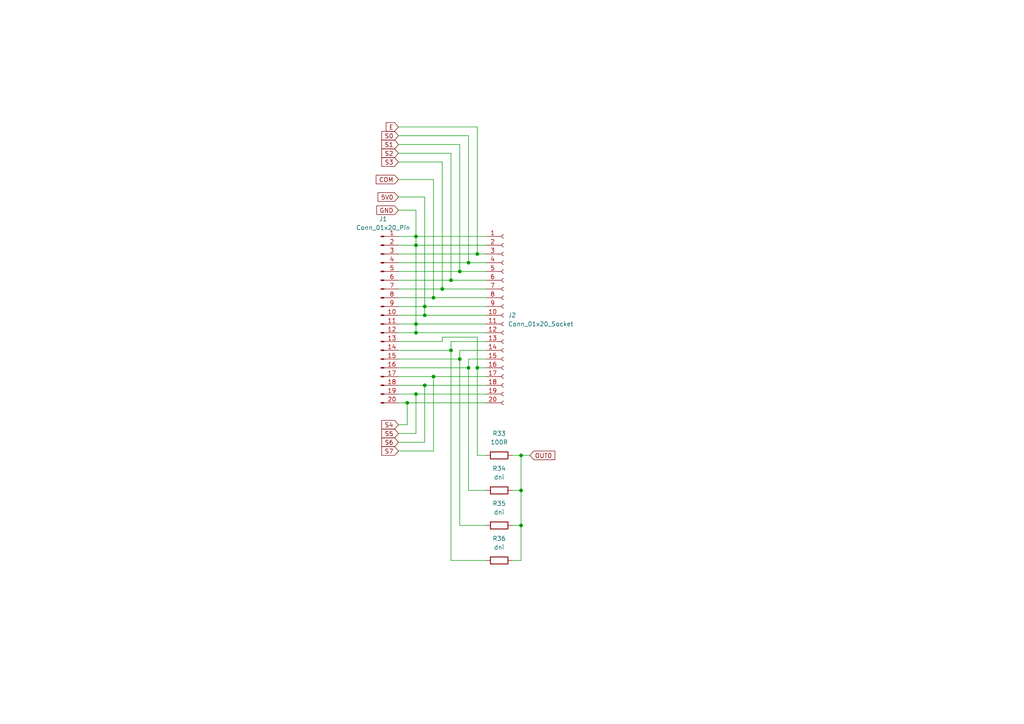
<source format=kicad_sch>
(kicad_sch (version 20231120) (generator "eeschema") (generator_version "8.0")
  (paper "A4")
  (lib_symbols
    (symbol "Connector:Conn_01x20_Pin" (pin_names (offset 1.016) hide)
      (property "Reference" "J" (at 0 25.4 0))
      (property "Value" "Conn_01x20_Pin" (at 0 -27.94 0))
      (symbol "Conn_01x20_Pin_1_1"
        (polyline (pts (xy 1.27 -25.4) (xy 0.8636 -25.4)) (stroke (width 0.1524)))
        (polyline (pts (xy 1.27 -22.86) (xy 0.8636 -22.86)) (stroke (width 0.1524)))
        (polyline (pts (xy 1.27 -20.32) (xy 0.8636 -20.32)) (stroke (width 0.1524)))
        (polyline (pts (xy 1.27 -17.78) (xy 0.8636 -17.78)) (stroke (width 0.1524)))
        (polyline (pts (xy 1.27 -15.24) (xy 0.8636 -15.24)) (stroke (width 0.1524)))
        (polyline (pts (xy 1.27 -12.7) (xy 0.8636 -12.7)) (stroke (width 0.1524)))
        (polyline (pts (xy 1.27 -10.16) (xy 0.8636 -10.16)) (stroke (width 0.1524)))
        (polyline (pts (xy 1.27 -7.62) (xy 0.8636 -7.62)) (stroke (width 0.1524)))
        (polyline (pts (xy 1.27 -5.08) (xy 0.8636 -5.08)) (stroke (width 0.1524)))
        (polyline (pts (xy 1.27 -2.54) (xy 0.8636 -2.54)) (stroke (width 0.1524)))
        (polyline (pts (xy 1.27 0) (xy 0.8636 0)) (stroke (width 0.1524)))
        (polyline (pts (xy 1.27 2.54) (xy 0.8636 2.54)) (stroke (width 0.1524)))
        (polyline (pts (xy 1.27 5.08) (xy 0.8636 5.08)) (stroke (width 0.1524)))
        (polyline (pts (xy 1.27 7.62) (xy 0.8636 7.62)) (stroke (width 0.1524)))
        (polyline (pts (xy 1.27 10.16) (xy 0.8636 10.16)) (stroke (width 0.1524)))
        (polyline (pts (xy 1.27 12.7) (xy 0.8636 12.7)) (stroke (width 0.1524)))
        (polyline (pts (xy 1.27 15.24) (xy 0.8636 15.24)) (stroke (width 0.1524)))
        (polyline (pts (xy 1.27 17.78) (xy 0.8636 17.78)) (stroke (width 0.1524)))
        (polyline (pts (xy 1.27 20.32) (xy 0.8636 20.32)) (stroke (width 0.1524)))
        (polyline (pts (xy 1.27 22.86) (xy 0.8636 22.86)) (stroke (width 0.1524)))
        (rectangle (start 0.8636 -25.273) (end 0 -25.527) (stroke (width 0.1524)) (fill (type outline)))
        (rectangle (start 0.8636 -22.733) (end 0 -22.987) (stroke (width 0.1524)) (fill (type outline)))
        (rectangle (start 0.8636 -20.193) (end 0 -20.447) (stroke (width 0.1524)) (fill (type outline)))
        (rectangle (start 0.8636 -17.653) (end 0 -17.907) (stroke (width 0.1524)) (fill (type outline)))
        (rectangle (start 0.8636 -15.113) (end 0 -15.367) (stroke (width 0.1524)) (fill (type outline)))
        (rectangle (start 0.8636 -12.573) (end 0 -12.827) (stroke (width 0.1524)) (fill (type outline)))
        (rectangle (start 0.8636 -10.033) (end 0 -10.287) (stroke (width 0.1524)) (fill (type outline)))
        (rectangle (start 0.8636 -7.493) (end 0 -7.747) (stroke (width 0.1524)) (fill (type outline)))
        (rectangle (start 0.8636 -4.953) (end 0 -5.207) (stroke (width 0.1524)) (fill (type outline)))
        (rectangle (start 0.8636 -2.413) (end 0 -2.667) (stroke (width 0.1524)) (fill (type outline)))
        (rectangle (start 0.8636 0.127) (end 0 -0.127) (stroke (width 0.1524)) (fill (type outline)))
        (rectangle (start 0.8636 2.667) (end 0 2.413) (stroke (width 0.1524)) (fill (type outline)))
        (rectangle (start 0.8636 5.207) (end 0 4.953) (stroke (width 0.1524)) (fill (type outline)))
        (rectangle (start 0.8636 7.747) (end 0 7.493) (stroke (width 0.1524)) (fill (type outline)))
        (rectangle (start 0.8636 10.287) (end 0 10.033) (stroke (width 0.1524)) (fill (type outline)))
        (rectangle (start 0.8636 12.827) (end 0 12.573) (stroke (width 0.1524)) (fill (type outline)))
        (rectangle (start 0.8636 15.367) (end 0 15.113) (stroke (width 0.1524)) (fill (type outline)))
        (rectangle (start 0.8636 17.907) (end 0 17.653) (stroke (width 0.1524)) (fill (type outline)))
        (rectangle (start 0.8636 20.447) (end 0 20.193) (stroke (width 0.1524)) (fill (type outline)))
        (rectangle (start 0.8636 22.987) (end 0 22.733) (stroke (width 0.1524)) (fill (type outline)))
        (pin passive line (at 5.08 22.86 180) (length 3.81) (name "Pin_1") (number "1"))
        (pin passive line (at 5.08 0 180) (length 3.81) (name "Pin_10") (number "10"))
        (pin passive line (at 5.08 -2.54 180) (length 3.81) (name "Pin_11") (number "11"))
        (pin passive line (at 5.08 -5.08 180) (length 3.81) (name "Pin_12") (number "12"))
        (pin passive line (at 5.08 -7.62 180) (length 3.81) (name "Pin_13") (number "13"))
        (pin passive line (at 5.08 -10.16 180) (length 3.81) (name "Pin_14") (number "14"))
        (pin passive line (at 5.08 -12.7 180) (length 3.81) (name "Pin_15") (number "15"))
        (pin passive line (at 5.08 -15.24 180) (length 3.81) (name "Pin_16") (number "16"))
        (pin passive line (at 5.08 -17.78 180) (length 3.81) (name "Pin_17") (number "17"))
        (pin passive line (at 5.08 -20.32 180) (length 3.81) (name "Pin_18") (number "18"))
        (pin passive line (at 5.08 -22.86 180) (length 3.81) (name "Pin_19") (number "19"))
        (pin passive line (at 5.08 20.32 180) (length 3.81) (name "Pin_2") (number "2"))
        (pin passive line (at 5.08 -25.4 180) (length 3.81) (name "Pin_20") (number "20"))
        (pin passive line (at 5.08 17.78 180) (length 3.81) (name "Pin_3") (number "3"))
        (pin passive line (at 5.08 15.24 180) (length 3.81) (name "Pin_4") (number "4"))
        (pin passive line (at 5.08 12.7 180) (length 3.81) (name "Pin_5") (number "5"))
        (pin passive line (at 5.08 10.16 180) (length 3.81) (name "Pin_6") (number "6"))
        (pin passive line (at 5.08 7.62 180) (length 3.81) (name "Pin_7") (number "7"))
        (pin passive line (at 5.08 5.08 180) (length 3.81) (name "Pin_8") (number "8"))
        (pin passive line (at 5.08 2.54 180) (length 3.81) (name "Pin_9") (number "9"))
      )
    )
    (symbol "Connector:Conn_01x20_Socket" (pin_names (offset 1.016) hide)
      (property "Reference" "J" (at 0 25.4 0))
      (property "Value" "Conn_01x20_Socket" (at 0 -27.94 0))
      (symbol "Conn_01x20_Socket_1_1"
        (arc (start 0 -24.892) (mid -0.5058 -25.4) (end 0 -25.908) (stroke (width 0.1524)))
        (arc (start 0 -22.352) (mid -0.5058 -22.86) (end 0 -23.368) (stroke (width 0.1524)))
        (arc (start 0 -19.812) (mid -0.5058 -20.32) (end 0 -20.828) (stroke (width 0.1524)))
        (arc (start 0 -17.272) (mid -0.5058 -17.78) (end 0 -18.288) (stroke (width 0.1524)))
        (arc (start 0 -14.732) (mid -0.5058 -15.24) (end 0 -15.748) (stroke (width 0.1524)))
        (arc (start 0 -12.192) (mid -0.5058 -12.7) (end 0 -13.208) (stroke (width 0.1524)))
        (arc (start 0 -9.652) (mid -0.5058 -10.16) (end 0 -10.668) (stroke (width 0.1524)))
        (arc (start 0 -7.112) (mid -0.5058 -7.62) (end 0 -8.128) (stroke (width 0.1524)))
        (arc (start 0 -4.572) (mid -0.5058 -5.08) (end 0 -5.588) (stroke (width 0.1524)))
        (arc (start 0 -2.032) (mid -0.5058 -2.54) (end 0 -3.048) (stroke (width 0.1524)))
        (polyline (pts (xy -1.27 -25.4) (xy -0.508 -25.4)) (stroke (width 0.1524)))
        (polyline (pts (xy -1.27 -22.86) (xy -0.508 -22.86)) (stroke (width 0.1524)))
        (polyline (pts (xy -1.27 -20.32) (xy -0.508 -20.32)) (stroke (width 0.1524)))
        (polyline (pts (xy -1.27 -17.78) (xy -0.508 -17.78)) (stroke (width 0.1524)))
        (polyline (pts (xy -1.27 -15.24) (xy -0.508 -15.24)) (stroke (width 0.1524)))
        (polyline (pts (xy -1.27 -12.7) (xy -0.508 -12.7)) (stroke (width 0.1524)))
        (polyline (pts (xy -1.27 -10.16) (xy -0.508 -10.16)) (stroke (width 0.1524)))
        (polyline (pts (xy -1.27 -7.62) (xy -0.508 -7.62)) (stroke (width 0.1524)))
        (polyline (pts (xy -1.27 -5.08) (xy -0.508 -5.08)) (stroke (width 0.1524)))
        (polyline (pts (xy -1.27 -2.54) (xy -0.508 -2.54)) (stroke (width 0.1524)))
        (polyline (pts (xy -1.27 0) (xy -0.508 0)) (stroke (width 0.1524)))
        (polyline (pts (xy -1.27 2.54) (xy -0.508 2.54)) (stroke (width 0.1524)))
        (polyline (pts (xy -1.27 5.08) (xy -0.508 5.08)) (stroke (width 0.1524)))
        (polyline (pts (xy -1.27 7.62) (xy -0.508 7.62)) (stroke (width 0.1524)))
        (polyline (pts (xy -1.27 10.16) (xy -0.508 10.16)) (stroke (width 0.1524)))
        (polyline (pts (xy -1.27 12.7) (xy -0.508 12.7)) (stroke (width 0.1524)))
        (polyline (pts (xy -1.27 15.24) (xy -0.508 15.24)) (stroke (width 0.1524)))
        (polyline (pts (xy -1.27 17.78) (xy -0.508 17.78)) (stroke (width 0.1524)))
        (polyline (pts (xy -1.27 20.32) (xy -0.508 20.32)) (stroke (width 0.1524)))
        (polyline (pts (xy -1.27 22.86) (xy -0.508 22.86)) (stroke (width 0.1524)))
        (arc (start 0 0.508) (mid -0.5058 0) (end 0 -0.508) (stroke (width 0.1524)))
        (arc (start 0 3.048) (mid -0.5058 2.54) (end 0 2.032) (stroke (width 0.1524)))
        (arc (start 0 5.588) (mid -0.5058 5.08) (end 0 4.572) (stroke (width 0.1524)))
        (arc (start 0 8.128) (mid -0.5058 7.62) (end 0 7.112) (stroke (width 0.1524)))
        (arc (start 0 10.668) (mid -0.5058 10.16) (end 0 9.652) (stroke (width 0.1524)))
        (arc (start 0 13.208) (mid -0.5058 12.7) (end 0 12.192) (stroke (width 0.1524)))
        (arc (start 0 15.748) (mid -0.5058 15.24) (end 0 14.732) (stroke (width 0.1524)))
        (arc (start 0 18.288) (mid -0.5058 17.78) (end 0 17.272) (stroke (width 0.1524)))
        (arc (start 0 20.828) (mid -0.5058 20.32) (end 0 19.812) (stroke (width 0.1524)))
        (arc (start 0 23.368) (mid -0.5058 22.86) (end 0 22.352) (stroke (width 0.1524)))
        (pin passive line (at -5.08 22.86 0) (length 3.81) (name "Pin_1") (number "1"))
        (pin passive line (at -5.08 0 0) (length 3.81) (name "Pin_10") (number "10"))
        (pin passive line (at -5.08 -2.54 0) (length 3.81) (name "Pin_11") (number "11"))
        (pin passive line (at -5.08 -5.08 0) (length 3.81) (name "Pin_12") (number "12"))
        (pin passive line (at -5.08 -7.62 0) (length 3.81) (name "Pin_13") (number "13"))
        (pin passive line (at -5.08 -10.16 0) (length 3.81) (name "Pin_14") (number "14"))
        (pin passive line (at -5.08 -12.7 0) (length 3.81) (name "Pin_15") (number "15"))
        (pin passive line (at -5.08 -15.24 0) (length 3.81) (name "Pin_16") (number "16"))
        (pin passive line (at -5.08 -17.78 0) (length 3.81) (name "Pin_17") (number "17"))
        (pin passive line (at -5.08 -20.32 0) (length 3.81) (name "Pin_18") (number "18"))
        (pin passive line (at -5.08 -22.86 0) (length 3.81) (name "Pin_19") (number "19"))
        (pin passive line (at -5.08 20.32 0) (length 3.81) (name "Pin_2") (number "2"))
        (pin passive line (at -5.08 -25.4 0) (length 3.81) (name "Pin_20") (number "20"))
        (pin passive line (at -5.08 17.78 0) (length 3.81) (name "Pin_3") (number "3"))
        (pin passive line (at -5.08 15.24 0) (length 3.81) (name "Pin_4") (number "4"))
        (pin passive line (at -5.08 12.7 0) (length 3.81) (name "Pin_5") (number "5"))
        (pin passive line (at -5.08 10.16 0) (length 3.81) (name "Pin_6") (number "6"))
        (pin passive line (at -5.08 7.62 0) (length 3.81) (name "Pin_7") (number "7"))
        (pin passive line (at -5.08 5.08 0) (length 3.81) (name "Pin_8") (number "8"))
        (pin passive line (at -5.08 2.54 0) (length 3.81) (name "Pin_9") (number "9"))
      )
    )
    (symbol "Device:R" (pin_numbers hide) (pin_names (offset 0))
      (property "Reference" "R" (at 2.032 0 90))
      (property "Value" "R" (at 0 0 90))
      (symbol "R_0_1"
        (rectangle (start -1.016 -2.54) (end 1.016 2.54) (stroke (width 0.254)))
      )
      (symbol "R_1_1"
        (pin passive line (at 0 3.81 270) (length 1.27) (name "~") (number "1"))
        (pin passive line (at 0 -3.81 90) (length 1.27) (name "~") (number "2"))
      )
    )
  )
  (junction (at 120.65 114.3))
  (junction (at 151.13 152.4))
  (junction (at 138.43 73.66))
  (junction (at 151.13 132.08))
  (junction (at 118.11 116.84))
  (junction (at 120.65 68.58))
  (junction (at 125.73 86.36))
  (junction (at 120.65 96.52))
  (junction (at 125.73 109.22))
  (junction (at 138.43 106.68))
  (junction (at 130.81 81.28))
  (junction (at 133.35 78.74))
  (junction (at 151.13 142.24))
  (junction (at 128.27 83.82))
  (junction (at 135.89 106.68))
  (junction (at 123.19 91.44))
  (junction (at 123.19 88.9))
  (junction (at 120.65 71.12))
  (junction (at 130.81 101.6))
  (junction (at 123.19 111.76))
  (junction (at 120.65 93.98))
  (junction (at 133.35 104.14))
  (junction (at 135.89 76.2))
  (wire (pts (xy 148.59 142.24) (xy 151.13 142.24)))
  (wire (pts (xy 123.19 128.27) (xy 123.19 111.76)))
  (wire (pts (xy 135.89 39.37) (xy 135.89 76.2)))
  (wire (pts (xy 135.89 104.14) (xy 140.97 104.14)))
  (wire (pts (xy 115.57 39.37) (xy 135.89 39.37)))
  (wire (pts (xy 133.35 101.6) (xy 133.35 104.14)))
  (wire (pts (xy 115.57 44.45) (xy 130.81 44.45)))
  (wire (pts (xy 138.43 97.79) (xy 128.27 97.79)))
  (wire (pts (xy 115.57 125.73) (xy 120.65 125.73)))
  (wire (pts (xy 130.81 81.28) (xy 140.97 81.28)))
  (wire (pts (xy 115.57 81.28) (xy 130.81 81.28)))
  (wire (pts (xy 123.19 111.76) (xy 140.97 111.76)))
  (wire (pts (xy 115.57 111.76) (xy 123.19 111.76)))
  (wire (pts (xy 128.27 83.82) (xy 140.97 83.82)))
  (wire (pts (xy 115.57 83.82) (xy 128.27 83.82)))
  (wire (pts (xy 115.57 130.81) (xy 125.73 130.81)))
  (wire (pts (xy 138.43 106.68) (xy 138.43 97.79)))
  (wire (pts (xy 133.35 41.91) (xy 133.35 78.74)))
  (wire (pts (xy 128.27 46.99) (xy 128.27 83.82)))
  (wire (pts (xy 115.57 116.84) (xy 118.11 116.84)))
  (wire (pts (xy 133.35 101.6) (xy 140.97 101.6)))
  (wire (pts (xy 133.35 152.4) (xy 140.97 152.4)))
  (wire (pts (xy 123.19 57.15) (xy 123.19 88.9)))
  (wire (pts (xy 120.65 96.52) (xy 140.97 96.52)))
  (wire (pts (xy 120.65 125.73) (xy 120.65 114.3)))
  (wire (pts (xy 138.43 132.08) (xy 138.43 106.68)))
  (wire (pts (xy 130.81 99.06) (xy 140.97 99.06)))
  (wire (pts (xy 151.13 132.08) (xy 151.13 142.24)))
  (wire (pts (xy 130.81 44.45) (xy 130.81 81.28)))
  (wire (pts (xy 115.57 93.98) (xy 120.65 93.98)))
  (wire (pts (xy 115.57 73.66) (xy 138.43 73.66)))
  (wire (pts (xy 133.35 78.74) (xy 140.97 78.74)))
  (wire (pts (xy 115.57 128.27) (xy 123.19 128.27)))
  (wire (pts (xy 115.57 78.74) (xy 133.35 78.74)))
  (wire (pts (xy 115.57 86.36) (xy 125.73 86.36)))
  (wire (pts (xy 128.27 97.79) (xy 128.27 99.06)))
  (wire (pts (xy 130.81 162.56) (xy 140.97 162.56)))
  (wire (pts (xy 115.57 60.96) (xy 120.65 60.96)))
  (wire (pts (xy 120.65 93.98) (xy 140.97 93.98)))
  (wire (pts (xy 115.57 106.68) (xy 135.89 106.68)))
  (wire (pts (xy 140.97 142.24) (xy 135.89 142.24)))
  (wire (pts (xy 115.57 36.83) (xy 138.43 36.83)))
  (wire (pts (xy 115.57 41.91) (xy 133.35 41.91)))
  (wire (pts (xy 140.97 132.08) (xy 138.43 132.08)))
  (wire (pts (xy 135.89 76.2) (xy 140.97 76.2)))
  (wire (pts (xy 120.65 68.58) (xy 120.65 71.12)))
  (wire (pts (xy 125.73 86.36) (xy 140.97 86.36)))
  (wire (pts (xy 125.73 52.07) (xy 125.73 86.36)))
  (wire (pts (xy 115.57 46.99) (xy 128.27 46.99)))
  (wire (pts (xy 118.11 123.19) (xy 118.11 116.84)))
  (wire (pts (xy 125.73 109.22) (xy 140.97 109.22)))
  (wire (pts (xy 115.57 57.15) (xy 123.19 57.15)))
  (wire (pts (xy 123.19 88.9) (xy 123.19 91.44)))
  (wire (pts (xy 115.57 114.3) (xy 120.65 114.3)))
  (wire (pts (xy 130.81 99.06) (xy 130.81 101.6)))
  (wire (pts (xy 115.57 91.44) (xy 123.19 91.44)))
  (wire (pts (xy 125.73 130.81) (xy 125.73 109.22)))
  (wire (pts (xy 120.65 68.58) (xy 140.97 68.58)))
  (wire (pts (xy 115.57 96.52) (xy 120.65 96.52)))
  (wire (pts (xy 120.65 114.3) (xy 140.97 114.3)))
  (wire (pts (xy 138.43 73.66) (xy 140.97 73.66)))
  (wire (pts (xy 115.57 109.22) (xy 125.73 109.22)))
  (wire (pts (xy 115.57 104.14) (xy 133.35 104.14)))
  (wire (pts (xy 123.19 91.44) (xy 140.97 91.44)))
  (wire (pts (xy 148.59 152.4) (xy 151.13 152.4)))
  (wire (pts (xy 115.57 123.19) (xy 118.11 123.19)))
  (wire (pts (xy 123.19 88.9) (xy 140.97 88.9)))
  (wire (pts (xy 115.57 52.07) (xy 125.73 52.07)))
  (wire (pts (xy 148.59 162.56) (xy 151.13 162.56)))
  (wire (pts (xy 135.89 106.68) (xy 135.89 142.24)))
  (wire (pts (xy 133.35 104.14) (xy 133.35 152.4)))
  (wire (pts (xy 130.81 101.6) (xy 130.81 162.56)))
  (wire (pts (xy 115.57 101.6) (xy 130.81 101.6)))
  (wire (pts (xy 115.57 76.2) (xy 135.89 76.2)))
  (wire (pts (xy 115.57 88.9) (xy 123.19 88.9)))
  (wire (pts (xy 148.59 132.08) (xy 151.13 132.08)))
  (wire (pts (xy 138.43 36.83) (xy 138.43 73.66)))
  (wire (pts (xy 151.13 132.08) (xy 153.67 132.08)))
  (wire (pts (xy 120.65 71.12) (xy 120.65 93.98)))
  (wire (pts (xy 151.13 152.4) (xy 151.13 162.56)))
  (wire (pts (xy 115.57 71.12) (xy 120.65 71.12)))
  (wire (pts (xy 135.89 104.14) (xy 135.89 106.68)))
  (wire (pts (xy 128.27 99.06) (xy 115.57 99.06)))
  (wire (pts (xy 120.65 71.12) (xy 140.97 71.12)))
  (wire (pts (xy 120.65 60.96) (xy 120.65 68.58)))
  (wire (pts (xy 120.65 93.98) (xy 120.65 96.52)))
  (wire (pts (xy 138.43 106.68) (xy 140.97 106.68)))
  (wire (pts (xy 118.11 116.84) (xy 140.97 116.84)))
  (wire (pts (xy 151.13 142.24) (xy 151.13 152.4)))
  (wire (pts (xy 115.57 68.58) (xy 120.65 68.58)))
  (global_label "COM" (shape input) (at 115.57 52.07 180) (property "Intersheetrefs" "${INTERSHEET_REFS}" (effects (hide yes))))
  (global_label "E" (shape input) (at 115.57 36.83 180) (property "Intersheetrefs" "${INTERSHEET_REFS}" (effects (hide yes))))
  (global_label "S7" (shape input) (at 115.57 130.81 180) (property "Intersheetrefs" "${INTERSHEET_REFS}" (effects (hide yes))))
  (global_label "S6" (shape input) (at 115.57 128.27 180) (property "Intersheetrefs" "${INTERSHEET_REFS}" (effects (hide yes))))
  (global_label "S0" (shape input) (at 115.57 39.37 180) (property "Intersheetrefs" "${INTERSHEET_REFS}" (effects (hide yes))))
  (global_label "OUT0" (shape input) (at 153.67 132.08 0) (property "Intersheetrefs" "${INTERSHEET_REFS}" (effects (hide yes))))
  (global_label "S2" (shape input) (at 115.57 44.45 180) (property "Intersheetrefs" "${INTERSHEET_REFS}" (effects (hide yes))))
  (global_label "S1" (shape input) (at 115.57 41.91 180) (property "Intersheetrefs" "${INTERSHEET_REFS}" (effects (hide yes))))
  (global_label "S4" (shape input) (at 115.57 123.19 180) (property "Intersheetrefs" "${INTERSHEET_REFS}" (effects (hide yes))))
  (global_label "S3" (shape input) (at 115.57 46.99 180) (property "Intersheetrefs" "${INTERSHEET_REFS}" (effects (hide yes))))
  (global_label "5V0" (shape input) (at 115.57 57.15 180) (property "Intersheetrefs" "${INTERSHEET_REFS}" (effects (hide yes))))
  (global_label "GND" (shape input) (at 115.57 60.96 180) (property "Intersheetrefs" "${INTERSHEET_REFS}" (effects (hide yes))))
  (global_label "S5" (shape input) (at 115.57 125.73 180) (property "Intersheetrefs" "${INTERSHEET_REFS}" (effects (hide yes))))
  (symbol (lib_id "Device:R") (at 144.78 142.24 90) (unit 1)
    (property "Reference" "R34" (at 144.78 135.89 90))
    (property "Value" "dni" (at 144.78 138.43 90))
    (property "Footprint" "Resistor_SMD:R_0805_2012Metric" (effects (hide yes)))
    (property "Description" "Resistor" (effects (hide yes)))
  )
  (symbol (lib_id "Device:R") (at 144.78 152.4 90) (unit 1)
    (property "Reference" "R35" (at 144.78 146.05 90))
    (property "Value" "dni" (at 144.78 148.59 90))
    (property "Footprint" "Resistor_SMD:R_0805_2012Metric" (effects (hide yes)))
    (property "Description" "Resistor" (effects (hide yes)))
  )
  (symbol (lib_id "Connector:Conn_01x20_Pin") (at 110.49 91.44 0) (unit 1)
    (property "Reference" "J1" (at 111.125 63.5 0))
    (property "Value" "Conn_01x20_Pin" (at 111.125 66.04 0))
    (property "Footprint" "Connector_PinHeader_2.54mm:PinHeader_1x20_P2.54mm_Horizontal" (effects (hide yes)))
    (property "Description" "Generic connector, single row, 01x20, script generated" (effects (hide yes)))
  )
  (symbol (lib_id "Device:R") (at 144.78 132.08 90) (unit 1)
    (property "Reference" "R33" (at 144.78 125.73 90))
    (property "Value" "100R" (at 144.78 128.27 90))
    (property "Footprint" "Resistor_SMD:R_0805_2012Metric" (effects (hide yes)))
    (property "Description" "Resistor" (effects (hide yes)))
  )
  (symbol (lib_id "Device:R") (at 144.78 162.56 90) (unit 1)
    (property "Reference" "R36" (at 144.78 156.21 90))
    (property "Value" "dni" (at 144.78 158.75 90))
    (property "Footprint" "Resistor_SMD:R_0805_2012Metric" (effects (hide yes)))
    (property "Description" "Resistor" (effects (hide yes)))
  )
  (symbol (lib_id "Connector:Conn_01x20_Socket") (at 146.05 91.44 0) (unit 1)
    (property "Reference" "J2" (at 147.32 91.4399 0) (effects (justify left)))
    (property "Value" "Conn_01x20_Socket" (at 147.32 93.9799 0) (effects (justify left)))
    (property "Footprint" "Connector_PinSocket_2.54mm:PinSocket_1x20_P2.54mm_Horizontal" (effects (hide yes)))
    (property "Description" "Generic connector, single row, 01x20, script generated" (effects (hide yes)))
  )
)
</source>
